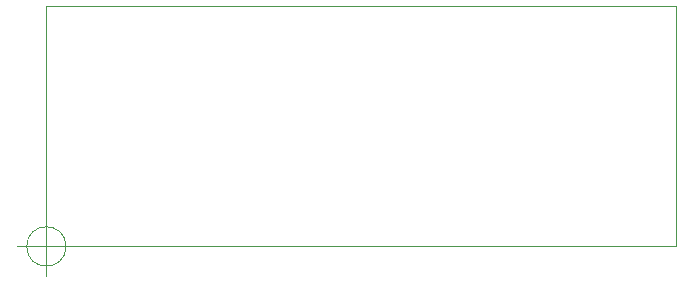
<source format=gbr>
%TF.GenerationSoftware,KiCad,Pcbnew,5.1.6-c6e7f7d~86~ubuntu18.04.1*%
%TF.CreationDate,2020-05-25T18:51:15+02:00*%
%TF.ProjectId,power-supply-5V,706f7765-722d-4737-9570-706c792d3556,1.0*%
%TF.SameCoordinates,PX77e7cd0PY5125ed0*%
%TF.FileFunction,Profile,NP*%
%FSLAX46Y46*%
G04 Gerber Fmt 4.6, Leading zero omitted, Abs format (unit mm)*
G04 Created by KiCad (PCBNEW 5.1.6-c6e7f7d~86~ubuntu18.04.1) date 2020-05-25 18:51:15*
%MOMM*%
%LPD*%
G01*
G04 APERTURE LIST*
%TA.AperFunction,Profile*%
%ADD10C,0.050000*%
%TD*%
G04 APERTURE END LIST*
D10*
X1666666Y0D02*
G75*
G03*
X1666666Y0I-1666666J0D01*
G01*
X-2500000Y0D02*
X2500000Y0D01*
X0Y2500000D02*
X0Y-2500000D01*
X0Y0D02*
X0Y20320000D01*
X53340000Y0D02*
X0Y0D01*
X53340000Y20320000D02*
X53340000Y0D01*
X0Y20320000D02*
X53340000Y20320000D01*
M02*

</source>
